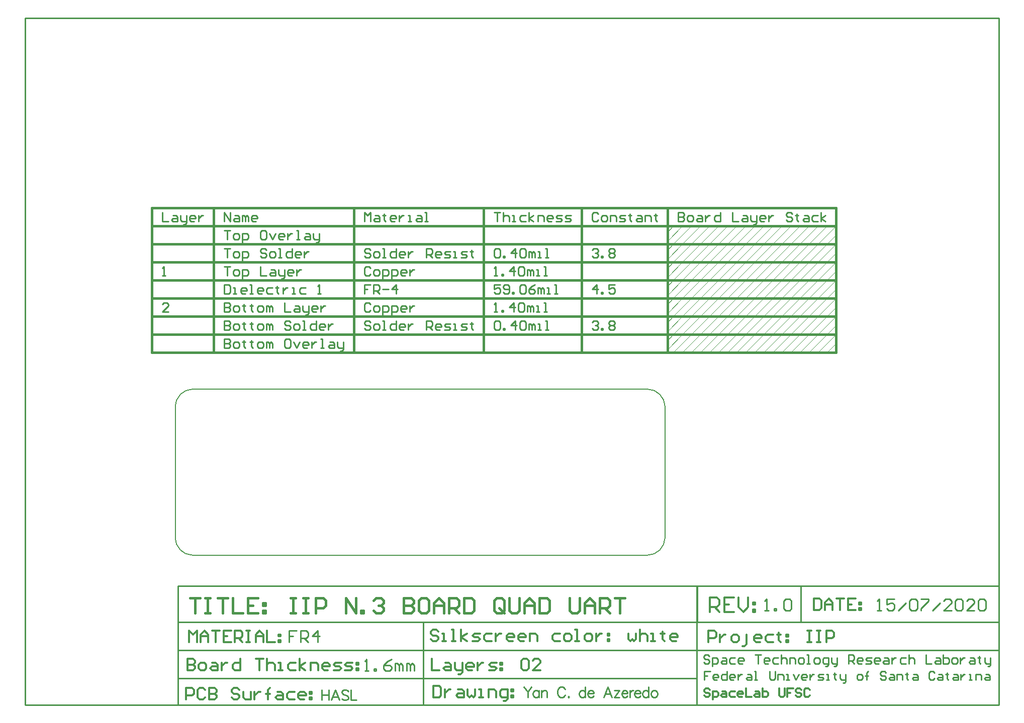
<source format=gm1>
G04*
G04 #@! TF.GenerationSoftware,Altium Limited,Altium Designer,20.2.6 (244)*
G04*
G04 Layer_Color=16711935*
%FSLAX25Y25*%
%MOIN*%
G70*
G04*
G04 #@! TF.SameCoordinates,3A923CF8-0E80-4BF5-A473-74316D4CB4A5*
G04*
G04*
G04 #@! TF.FilePolarity,Positive*
G04*
G01*
G75*
%ADD10C,0.00787*%
%ADD12C,0.01000*%
%ADD17C,0.01500*%
%ADD18C,0.00100*%
%ADD19C,0.01378*%
%ADD20C,0.01575*%
%ADD21C,0.01299*%
D10*
X11793Y110236D02*
G03*
X0Y98443I0J-11793D01*
G01*
Y11663D02*
G03*
X11663Y0I11663J0D01*
G01*
X313050D02*
G03*
X324803Y11754I0J11754D01*
G01*
Y98418D02*
G03*
X312985Y110236I-11818J0D01*
G01*
X0Y92520D02*
Y98443D01*
X11793Y110236D02*
X12696D01*
X0Y25591D02*
Y92520D01*
Y11663D02*
Y25591D01*
X11663Y0D02*
X313050D01*
X324803Y11754D02*
Y98418D01*
X12696Y110236D02*
X312985D01*
X11793D02*
G03*
X0Y98443I0J-11793D01*
G01*
Y11663D02*
G03*
X11663Y0I11663J0D01*
G01*
X313050D02*
G03*
X324803Y11754I0J11754D01*
G01*
Y98418D02*
G03*
X312985Y110236I-11818J0D01*
G01*
X0Y92520D02*
Y98443D01*
X11793Y110236D02*
X12696D01*
X0Y25591D02*
Y92520D01*
Y11663D02*
Y25591D01*
X11663Y0D02*
X313050D01*
X324803Y11754D02*
Y98418D01*
X12696Y110236D02*
X312985D01*
D12*
X-99500Y-99500D02*
X546169D01*
X1681D02*
Y-20319D01*
X164613Y-99205D02*
Y-44277D01*
X1976Y-81777D02*
X345579Y-81777D01*
X345863Y-99106D02*
Y-20515D01*
X1976Y-63027D02*
X545863Y-63027D01*
X2173Y-44277D02*
X545440Y-44277D01*
X1681Y-20319D02*
X545863D01*
X-99500Y356552D02*
X546169D01*
X-99500Y-99500D02*
Y356552D01*
X546169Y-99146D02*
Y356552D01*
X346071Y-43941D02*
Y-20319D01*
X414859Y-43883D02*
Y-20268D01*
X97154Y-89441D02*
Y-96252D01*
X101694Y-89441D02*
Y-96252D01*
X97154Y-92684D02*
X101694D01*
X108765Y-96252D02*
X106170Y-89441D01*
X103575Y-96252D01*
X104548Y-93982D02*
X107792D01*
X114895Y-90414D02*
X114246Y-89765D01*
X113273Y-89441D01*
X111976D01*
X111003Y-89765D01*
X110354Y-90414D01*
Y-91063D01*
X110678Y-91711D01*
X111003Y-92036D01*
X111651Y-92360D01*
X113597Y-93009D01*
X114246Y-93333D01*
X114570Y-93657D01*
X114895Y-94306D01*
Y-95279D01*
X114246Y-95928D01*
X113273Y-96252D01*
X111976D01*
X111003Y-95928D01*
X110354Y-95279D01*
X116419Y-89441D02*
Y-96252D01*
X120311D01*
X231110Y-87472D02*
X233705Y-90716D01*
Y-94283D01*
X236300Y-87472D02*
X233705Y-90716D01*
X241067Y-89743D02*
Y-94283D01*
Y-90716D02*
X240419Y-90067D01*
X239770Y-89743D01*
X238797D01*
X238148Y-90067D01*
X237500Y-90716D01*
X237175Y-91689D01*
Y-92338D01*
X237500Y-93310D01*
X238148Y-93959D01*
X238797Y-94283D01*
X239770D01*
X240419Y-93959D01*
X241067Y-93310D01*
X242884Y-89743D02*
Y-94283D01*
Y-91040D02*
X243857Y-90067D01*
X244505Y-89743D01*
X245478D01*
X246127Y-90067D01*
X246451Y-91040D01*
Y-94283D01*
X258452Y-89094D02*
X258127Y-88445D01*
X257479Y-87797D01*
X256830Y-87472D01*
X255533D01*
X254884Y-87797D01*
X254235Y-88445D01*
X253911Y-89094D01*
X253587Y-90067D01*
Y-91689D01*
X253911Y-92662D01*
X254235Y-93310D01*
X254884Y-93959D01*
X255533Y-94283D01*
X256830D01*
X257479Y-93959D01*
X258127Y-93310D01*
X258452Y-92662D01*
X260690Y-93635D02*
X260365Y-93959D01*
X260690Y-94283D01*
X261014Y-93959D01*
X260690Y-93635D01*
X271749Y-87472D02*
Y-94283D01*
Y-90716D02*
X271101Y-90067D01*
X270452Y-89743D01*
X269479D01*
X268830Y-90067D01*
X268182Y-90716D01*
X267857Y-91689D01*
Y-92338D01*
X268182Y-93310D01*
X268830Y-93959D01*
X269479Y-94283D01*
X270452D01*
X271101Y-93959D01*
X271749Y-93310D01*
X273566Y-91689D02*
X277458D01*
Y-91040D01*
X277133Y-90391D01*
X276809Y-90067D01*
X276160Y-89743D01*
X275187D01*
X274539Y-90067D01*
X273890Y-90716D01*
X273566Y-91689D01*
Y-92338D01*
X273890Y-93310D01*
X274539Y-93959D01*
X275187Y-94283D01*
X276160D01*
X276809Y-93959D01*
X277458Y-93310D01*
X289458Y-94283D02*
X286863Y-87472D01*
X284269Y-94283D01*
X285242Y-92013D02*
X288485D01*
X294615Y-89743D02*
X291047Y-94283D01*
Y-89743D02*
X294615D01*
X291047Y-94283D02*
X294615D01*
X296042Y-91689D02*
X299934D01*
Y-91040D01*
X299610Y-90391D01*
X299286Y-90067D01*
X298637Y-89743D01*
X297664D01*
X297015Y-90067D01*
X296367Y-90716D01*
X296042Y-91689D01*
Y-92338D01*
X296367Y-93310D01*
X297015Y-93959D01*
X297664Y-94283D01*
X298637D01*
X299286Y-93959D01*
X299934Y-93310D01*
X301394Y-89743D02*
Y-94283D01*
Y-91689D02*
X301718Y-90716D01*
X302367Y-90067D01*
X303015Y-89743D01*
X303988D01*
X304605Y-91689D02*
X308497D01*
Y-91040D01*
X308172Y-90391D01*
X307848Y-90067D01*
X307199Y-89743D01*
X306226D01*
X305578Y-90067D01*
X304929Y-90716D01*
X304605Y-91689D01*
Y-92338D01*
X304929Y-93310D01*
X305578Y-93959D01*
X306226Y-94283D01*
X307199D01*
X307848Y-93959D01*
X308497Y-93310D01*
X313848Y-87472D02*
Y-94283D01*
Y-90716D02*
X313199Y-90067D01*
X312551Y-89743D01*
X311578D01*
X310929Y-90067D01*
X310280Y-90716D01*
X309956Y-91689D01*
Y-92338D01*
X310280Y-93310D01*
X310929Y-93959D01*
X311578Y-94283D01*
X312551D01*
X313199Y-93959D01*
X313848Y-93310D01*
X317286Y-89743D02*
X316637Y-90067D01*
X315989Y-90716D01*
X315664Y-91689D01*
Y-92338D01*
X315989Y-93310D01*
X316637Y-93959D01*
X317286Y-94283D01*
X318259D01*
X318908Y-93959D01*
X319556Y-93310D01*
X319881Y-92338D01*
Y-91689D01*
X319556Y-90716D01*
X318908Y-90067D01*
X318259Y-89743D01*
X317286D01*
X125697Y-76764D02*
X128217D01*
X126957D01*
Y-69204D01*
X125697Y-70464D01*
X131997Y-76764D02*
Y-75504D01*
X133257D01*
Y-76764D01*
X131997D01*
X143337Y-69204D02*
X140817Y-70464D01*
X138297Y-72984D01*
Y-75504D01*
X139557Y-76764D01*
X142077D01*
X143337Y-75504D01*
Y-74244D01*
X142077Y-72984D01*
X138297D01*
X145857Y-76764D02*
Y-71724D01*
X147117D01*
X148377Y-72984D01*
Y-76764D01*
Y-72984D01*
X149637Y-71724D01*
X150897Y-72984D01*
Y-76764D01*
X153417D02*
Y-71724D01*
X154677D01*
X155937Y-72984D01*
Y-76764D01*
Y-72984D01*
X157197Y-71724D01*
X158457Y-72984D01*
Y-76764D01*
X80608Y-50103D02*
X75568D01*
Y-53883D01*
X78088D01*
X75568D01*
Y-57663D01*
X83128D02*
Y-50103D01*
X86908D01*
X88168Y-51363D01*
Y-53883D01*
X86908Y-55143D01*
X83128D01*
X85648D02*
X88168Y-57663D01*
X94468D02*
Y-50103D01*
X90688Y-53883D01*
X95728D01*
X390953Y-36705D02*
X393473D01*
X392213D01*
Y-29145D01*
X390953Y-30405D01*
X397253Y-36705D02*
Y-35445D01*
X398513D01*
Y-36705D01*
X397253D01*
X403553Y-30405D02*
X404813Y-29145D01*
X407333D01*
X408593Y-30405D01*
Y-35445D01*
X407333Y-36705D01*
X404813D01*
X403553Y-35445D01*
Y-30405D01*
X465559Y-36705D02*
X468079D01*
X466819D01*
Y-29145D01*
X465559Y-30405D01*
X476899Y-29145D02*
X471859D01*
Y-32925D01*
X474379Y-31665D01*
X475639D01*
X476899Y-32925D01*
Y-35445D01*
X475639Y-36705D01*
X473119D01*
X471859Y-35445D01*
X479419Y-36705D02*
X484459Y-31665D01*
X486979Y-30405D02*
X488239Y-29145D01*
X490759D01*
X492019Y-30405D01*
Y-35445D01*
X490759Y-36705D01*
X488239D01*
X486979Y-35445D01*
Y-30405D01*
X494539Y-29145D02*
X499579D01*
Y-30405D01*
X494539Y-35445D01*
Y-36705D01*
X502099D02*
X507139Y-31665D01*
X514699Y-36705D02*
X509659D01*
X514699Y-31665D01*
Y-30405D01*
X513439Y-29145D01*
X510919D01*
X509659Y-30405D01*
X517219D02*
X518479Y-29145D01*
X520999D01*
X522260Y-30405D01*
Y-35445D01*
X520999Y-36705D01*
X518479D01*
X517219Y-35445D01*
Y-30405D01*
X529820Y-36705D02*
X524780D01*
X529820Y-31665D01*
Y-30405D01*
X528560Y-29145D01*
X526040D01*
X524780Y-30405D01*
X532340D02*
X533600Y-29145D01*
X536120D01*
X537380Y-30405D01*
Y-35445D01*
X536120Y-36705D01*
X533600D01*
X532340Y-35445D01*
Y-30405D01*
X354206Y-67185D02*
X353255Y-66234D01*
X351353D01*
X350402Y-67185D01*
Y-68136D01*
X351353Y-69087D01*
X353255D01*
X354206Y-70039D01*
Y-70990D01*
X353255Y-71941D01*
X351353D01*
X350402Y-70990D01*
X356108Y-73843D02*
Y-68136D01*
X358962D01*
X359913Y-69087D01*
Y-70990D01*
X358962Y-71941D01*
X356108D01*
X362766Y-68136D02*
X364669D01*
X365620Y-69087D01*
Y-71941D01*
X362766D01*
X361815Y-70990D01*
X362766Y-70039D01*
X365620D01*
X371326Y-68136D02*
X368473D01*
X367522Y-69087D01*
Y-70990D01*
X368473Y-71941D01*
X371326D01*
X376082D02*
X374180D01*
X373229Y-70990D01*
Y-69087D01*
X374180Y-68136D01*
X376082D01*
X377033Y-69087D01*
Y-70039D01*
X373229D01*
X384642Y-66234D02*
X388447D01*
X386545D01*
Y-71941D01*
X393203D02*
X391300D01*
X390349Y-70990D01*
Y-69087D01*
X391300Y-68136D01*
X393203D01*
X394154Y-69087D01*
Y-70039D01*
X390349D01*
X399861Y-68136D02*
X397007D01*
X396056Y-69087D01*
Y-70990D01*
X397007Y-71941D01*
X399861D01*
X401763Y-66234D02*
Y-71941D01*
Y-69087D01*
X402714Y-68136D01*
X404616D01*
X405567Y-69087D01*
Y-71941D01*
X407470D02*
Y-68136D01*
X410323D01*
X411274Y-69087D01*
Y-71941D01*
X414128D02*
X416030D01*
X416981Y-70990D01*
Y-69087D01*
X416030Y-68136D01*
X414128D01*
X413176Y-69087D01*
Y-70990D01*
X414128Y-71941D01*
X418883D02*
X420786D01*
X419834D01*
Y-66234D01*
X418883D01*
X424590Y-71941D02*
X426492D01*
X427444Y-70990D01*
Y-69087D01*
X426492Y-68136D01*
X424590D01*
X423639Y-69087D01*
Y-70990D01*
X424590Y-71941D01*
X431248Y-73843D02*
X432199D01*
X433150Y-72892D01*
Y-68136D01*
X430297D01*
X429346Y-69087D01*
Y-70990D01*
X430297Y-71941D01*
X433150D01*
X435053Y-68136D02*
Y-70990D01*
X436004Y-71941D01*
X438857D01*
Y-72892D01*
X437906Y-73843D01*
X436955D01*
X438857Y-71941D02*
Y-68136D01*
X446466Y-71941D02*
Y-66234D01*
X449320D01*
X450271Y-67185D01*
Y-69087D01*
X449320Y-70039D01*
X446466D01*
X448369D02*
X450271Y-71941D01*
X455026D02*
X453124D01*
X452173Y-70990D01*
Y-69087D01*
X453124Y-68136D01*
X455026D01*
X455978Y-69087D01*
Y-70039D01*
X452173D01*
X457880Y-71941D02*
X460733D01*
X461684Y-70990D01*
X460733Y-70039D01*
X458831D01*
X457880Y-69087D01*
X458831Y-68136D01*
X461684D01*
X466440Y-71941D02*
X464538D01*
X463587Y-70990D01*
Y-69087D01*
X464538Y-68136D01*
X466440D01*
X467391Y-69087D01*
Y-70039D01*
X463587D01*
X470245Y-68136D02*
X472147D01*
X473098Y-69087D01*
Y-71941D01*
X470245D01*
X469293Y-70990D01*
X470245Y-70039D01*
X473098D01*
X475000Y-68136D02*
Y-71941D01*
Y-70039D01*
X475951Y-69087D01*
X476902Y-68136D01*
X477854D01*
X484512D02*
X481658D01*
X480707Y-69087D01*
Y-70990D01*
X481658Y-71941D01*
X484512D01*
X486414Y-66234D02*
Y-71941D01*
Y-69087D01*
X487365Y-68136D01*
X489267D01*
X490218Y-69087D01*
Y-71941D01*
X497827Y-66234D02*
Y-71941D01*
X501632D01*
X504486Y-68136D02*
X506388D01*
X507339Y-69087D01*
Y-71941D01*
X504486D01*
X503534Y-70990D01*
X504486Y-70039D01*
X507339D01*
X509241Y-66234D02*
Y-71941D01*
X512094D01*
X513046Y-70990D01*
Y-70039D01*
Y-69087D01*
X512094Y-68136D01*
X509241D01*
X515899Y-71941D02*
X517801D01*
X518752Y-70990D01*
Y-69087D01*
X517801Y-68136D01*
X515899D01*
X514948Y-69087D01*
Y-70990D01*
X515899Y-71941D01*
X520655Y-68136D02*
Y-71941D01*
Y-70039D01*
X521606Y-69087D01*
X522557Y-68136D01*
X523508D01*
X527313D02*
X529215D01*
X530166Y-69087D01*
Y-71941D01*
X527313D01*
X526362Y-70990D01*
X527313Y-70039D01*
X530166D01*
X533019Y-67185D02*
Y-68136D01*
X532068D01*
X533971D01*
X533019D01*
Y-70990D01*
X533971Y-71941D01*
X536824Y-68136D02*
Y-70990D01*
X537775Y-71941D01*
X540629D01*
Y-72892D01*
X539677Y-73843D01*
X538726D01*
X540629Y-71941D02*
Y-68136D01*
X354665Y-77258D02*
X350992D01*
Y-80013D01*
X352829D01*
X350992D01*
Y-82768D01*
X359257D02*
X357420D01*
X356502Y-81849D01*
Y-80013D01*
X357420Y-79094D01*
X359257D01*
X360175Y-80013D01*
Y-80931D01*
X356502D01*
X365686Y-77258D02*
Y-82768D01*
X362930D01*
X362012Y-81849D01*
Y-80013D01*
X362930Y-79094D01*
X365686D01*
X370277Y-82768D02*
X368441D01*
X367522Y-81849D01*
Y-80013D01*
X368441Y-79094D01*
X370277D01*
X371196Y-80013D01*
Y-80931D01*
X367522D01*
X373032Y-79094D02*
Y-82768D01*
Y-80931D01*
X373951Y-80013D01*
X374869Y-79094D01*
X375787D01*
X379461D02*
X381297D01*
X382216Y-80013D01*
Y-82768D01*
X379461D01*
X378542Y-81849D01*
X379461Y-80931D01*
X382216D01*
X384052Y-82768D02*
X385889D01*
X384971D01*
Y-77258D01*
X384052D01*
X394154D02*
Y-81849D01*
X395072Y-82768D01*
X396909D01*
X397827Y-81849D01*
Y-77258D01*
X399664Y-82768D02*
Y-79094D01*
X402419D01*
X403337Y-80013D01*
Y-82768D01*
X405174D02*
X407011D01*
X406092D01*
Y-79094D01*
X405174D01*
X409766D02*
X411602Y-82768D01*
X413439Y-79094D01*
X418031Y-82768D02*
X416194D01*
X415276Y-81849D01*
Y-80013D01*
X416194Y-79094D01*
X418031D01*
X418949Y-80013D01*
Y-80931D01*
X415276D01*
X420786Y-79094D02*
Y-82768D01*
Y-80931D01*
X421704Y-80013D01*
X422622Y-79094D01*
X423541D01*
X426296Y-82768D02*
X429051D01*
X429969Y-81849D01*
X429051Y-80931D01*
X427214D01*
X426296Y-80013D01*
X427214Y-79094D01*
X429969D01*
X431806Y-82768D02*
X433643D01*
X432724D01*
Y-79094D01*
X431806D01*
X437316Y-78176D02*
Y-79094D01*
X436398D01*
X438234D01*
X437316D01*
Y-81849D01*
X438234Y-82768D01*
X440989Y-79094D02*
Y-81849D01*
X441908Y-82768D01*
X444663D01*
Y-83686D01*
X443744Y-84604D01*
X442826D01*
X444663Y-82768D02*
Y-79094D01*
X452928Y-82768D02*
X454764D01*
X455683Y-81849D01*
Y-80013D01*
X454764Y-79094D01*
X452928D01*
X452009Y-80013D01*
Y-81849D01*
X452928Y-82768D01*
X458438D02*
Y-78176D01*
Y-80013D01*
X457519D01*
X459356D01*
X458438D01*
Y-78176D01*
X459356Y-77258D01*
X471294Y-78176D02*
X470376Y-77258D01*
X468539D01*
X467621Y-78176D01*
Y-79094D01*
X468539Y-80013D01*
X470376D01*
X471294Y-80931D01*
Y-81849D01*
X470376Y-82768D01*
X468539D01*
X467621Y-81849D01*
X474050Y-79094D02*
X475886D01*
X476804Y-80013D01*
Y-82768D01*
X474050D01*
X473131Y-81849D01*
X474050Y-80931D01*
X476804D01*
X478641Y-82768D02*
Y-79094D01*
X481396D01*
X482314Y-80013D01*
Y-82768D01*
X485070Y-78176D02*
Y-79094D01*
X484151D01*
X485988D01*
X485070D01*
Y-81849D01*
X485988Y-82768D01*
X489661Y-79094D02*
X491498D01*
X492416Y-80013D01*
Y-82768D01*
X489661D01*
X488743Y-81849D01*
X489661Y-80931D01*
X492416D01*
X503436Y-78176D02*
X502518Y-77258D01*
X500681D01*
X499763Y-78176D01*
Y-81849D01*
X500681Y-82768D01*
X502518D01*
X503436Y-81849D01*
X506191Y-79094D02*
X508028D01*
X508946Y-80013D01*
Y-82768D01*
X506191D01*
X505273Y-81849D01*
X506191Y-80931D01*
X508946D01*
X511701Y-78176D02*
Y-79094D01*
X510783D01*
X512620D01*
X511701D01*
Y-81849D01*
X512620Y-82768D01*
X516293Y-79094D02*
X518130D01*
X519048Y-80013D01*
Y-82768D01*
X516293D01*
X515375Y-81849D01*
X516293Y-80931D01*
X519048D01*
X520885Y-79094D02*
Y-82768D01*
Y-80931D01*
X521803Y-80013D01*
X522721Y-79094D01*
X523640D01*
X526395Y-82768D02*
X528231D01*
X527313D01*
Y-79094D01*
X526395D01*
X530986Y-82768D02*
Y-79094D01*
X533741D01*
X534660Y-80013D01*
Y-82768D01*
X537415Y-79094D02*
X539252D01*
X540170Y-80013D01*
Y-82768D01*
X537415D01*
X536496Y-81849D01*
X537415Y-80931D01*
X540170D01*
X-8560Y227667D02*
Y221669D01*
X-4561D01*
X-1562Y225668D02*
X437D01*
X1437Y224668D01*
Y221669D01*
X-1562D01*
X-2562Y222669D01*
X-1562Y223669D01*
X1437D01*
X3436Y225668D02*
Y222669D01*
X4436Y221669D01*
X7435D01*
Y220670D01*
X6435Y219670D01*
X5435D01*
X7435Y221669D02*
Y225668D01*
X12433Y221669D02*
X10434D01*
X9434Y222669D01*
Y224668D01*
X10434Y225668D01*
X12433D01*
X13433Y224668D01*
Y223669D01*
X9434D01*
X15432Y225668D02*
Y221669D01*
Y223669D01*
X16432Y224668D01*
X17431Y225668D01*
X18431D01*
X-4561Y161669D02*
X-8560D01*
X-4561Y165668D01*
Y166668D01*
X-5561Y167667D01*
X-7560D01*
X-8560Y166668D01*
Y185669D02*
X-6561D01*
X-7560D01*
Y191667D01*
X-8560Y190668D01*
X32431Y221669D02*
Y227667D01*
X36430Y221669D01*
Y227667D01*
X39429Y225668D02*
X41428D01*
X42428Y224668D01*
Y221669D01*
X39429D01*
X38429Y222669D01*
X39429Y223669D01*
X42428D01*
X44427Y221669D02*
Y225668D01*
X45427D01*
X46426Y224668D01*
Y221669D01*
Y224668D01*
X47426Y225668D01*
X48426Y224668D01*
Y221669D01*
X53424D02*
X51425D01*
X50425Y222669D01*
Y224668D01*
X51425Y225668D01*
X53424D01*
X54424Y224668D01*
Y223669D01*
X50425D01*
X32431Y143667D02*
Y137669D01*
X35430D01*
X36430Y138669D01*
Y139669D01*
X35430Y140668D01*
X32431D01*
X35430D01*
X36430Y141668D01*
Y142668D01*
X35430Y143667D01*
X32431D01*
X39429Y137669D02*
X41428D01*
X42428Y138669D01*
Y140668D01*
X41428Y141668D01*
X39429D01*
X38429Y140668D01*
Y138669D01*
X39429Y137669D01*
X45427Y142668D02*
Y141668D01*
X44427D01*
X46426D01*
X45427D01*
Y138669D01*
X46426Y137669D01*
X50425Y142668D02*
Y141668D01*
X49426D01*
X51425D01*
X50425D01*
Y138669D01*
X51425Y137669D01*
X55424D02*
X57423D01*
X58423Y138669D01*
Y140668D01*
X57423Y141668D01*
X55424D01*
X54424Y140668D01*
Y138669D01*
X55424Y137669D01*
X60422D02*
Y141668D01*
X61422D01*
X62421Y140668D01*
Y137669D01*
Y140668D01*
X63421Y141668D01*
X64421Y140668D01*
Y137669D01*
X75417Y143667D02*
X73418D01*
X72418Y142668D01*
Y138669D01*
X73418Y137669D01*
X75417D01*
X76417Y138669D01*
Y142668D01*
X75417Y143667D01*
X78416Y141668D02*
X80415Y137669D01*
X82415Y141668D01*
X87413Y137669D02*
X85414D01*
X84414Y138669D01*
Y140668D01*
X85414Y141668D01*
X87413D01*
X88413Y140668D01*
Y139669D01*
X84414D01*
X90412Y141668D02*
Y137669D01*
Y139669D01*
X91412Y140668D01*
X92412Y141668D01*
X93411D01*
X96410Y137669D02*
X98410D01*
X97410D01*
Y143667D01*
X96410D01*
X102408Y141668D02*
X104408D01*
X105407Y140668D01*
Y137669D01*
X102408D01*
X101409Y138669D01*
X102408Y139669D01*
X105407D01*
X107407Y141668D02*
Y138669D01*
X108406Y137669D01*
X111406D01*
Y136670D01*
X110406Y135670D01*
X109406D01*
X111406Y137669D02*
Y141668D01*
X32431Y155667D02*
Y149669D01*
X35430D01*
X36430Y150669D01*
Y151669D01*
X35430Y152668D01*
X32431D01*
X35430D01*
X36430Y153668D01*
Y154668D01*
X35430Y155667D01*
X32431D01*
X39429Y149669D02*
X41428D01*
X42428Y150669D01*
Y152668D01*
X41428Y153668D01*
X39429D01*
X38429Y152668D01*
Y150669D01*
X39429Y149669D01*
X45427Y154668D02*
Y153668D01*
X44427D01*
X46426D01*
X45427D01*
Y150669D01*
X46426Y149669D01*
X50425Y154668D02*
Y153668D01*
X49426D01*
X51425D01*
X50425D01*
Y150669D01*
X51425Y149669D01*
X55424D02*
X57423D01*
X58423Y150669D01*
Y152668D01*
X57423Y153668D01*
X55424D01*
X54424Y152668D01*
Y150669D01*
X55424Y149669D01*
X60422D02*
Y153668D01*
X61422D01*
X62421Y152668D01*
Y149669D01*
Y152668D01*
X63421Y153668D01*
X64421Y152668D01*
Y149669D01*
X76417Y154668D02*
X75417Y155667D01*
X73418D01*
X72418Y154668D01*
Y153668D01*
X73418Y152668D01*
X75417D01*
X76417Y151669D01*
Y150669D01*
X75417Y149669D01*
X73418D01*
X72418Y150669D01*
X79416Y149669D02*
X81415D01*
X82415Y150669D01*
Y152668D01*
X81415Y153668D01*
X79416D01*
X78416Y152668D01*
Y150669D01*
X79416Y149669D01*
X84414D02*
X86414D01*
X85414D01*
Y155667D01*
X84414D01*
X93411D02*
Y149669D01*
X90412D01*
X89413Y150669D01*
Y152668D01*
X90412Y153668D01*
X93411D01*
X98410Y149669D02*
X96410D01*
X95411Y150669D01*
Y152668D01*
X96410Y153668D01*
X98410D01*
X99409Y152668D01*
Y151669D01*
X95411D01*
X101409Y153668D02*
Y149669D01*
Y151669D01*
X102408Y152668D01*
X103408Y153668D01*
X104408D01*
X32431Y167667D02*
Y161669D01*
X35430D01*
X36430Y162669D01*
Y163669D01*
X35430Y164668D01*
X32431D01*
X35430D01*
X36430Y165668D01*
Y166668D01*
X35430Y167667D01*
X32431D01*
X39429Y161669D02*
X41428D01*
X42428Y162669D01*
Y164668D01*
X41428Y165668D01*
X39429D01*
X38429Y164668D01*
Y162669D01*
X39429Y161669D01*
X45427Y166668D02*
Y165668D01*
X44427D01*
X46426D01*
X45427D01*
Y162669D01*
X46426Y161669D01*
X50425Y166668D02*
Y165668D01*
X49426D01*
X51425D01*
X50425D01*
Y162669D01*
X51425Y161669D01*
X55424D02*
X57423D01*
X58423Y162669D01*
Y164668D01*
X57423Y165668D01*
X55424D01*
X54424Y164668D01*
Y162669D01*
X55424Y161669D01*
X60422D02*
Y165668D01*
X61422D01*
X62421Y164668D01*
Y161669D01*
Y164668D01*
X63421Y165668D01*
X64421Y164668D01*
Y161669D01*
X72418Y167667D02*
Y161669D01*
X76417D01*
X79416Y165668D02*
X81415D01*
X82415Y164668D01*
Y161669D01*
X79416D01*
X78416Y162669D01*
X79416Y163669D01*
X82415D01*
X84414Y165668D02*
Y162669D01*
X85414Y161669D01*
X88413D01*
Y160670D01*
X87413Y159670D01*
X86414D01*
X88413Y161669D02*
Y165668D01*
X93411Y161669D02*
X91412D01*
X90412Y162669D01*
Y164668D01*
X91412Y165668D01*
X93411D01*
X94411Y164668D01*
Y163669D01*
X90412D01*
X96410Y165668D02*
Y161669D01*
Y163669D01*
X97410Y164668D01*
X98410Y165668D01*
X99409D01*
X32431Y179667D02*
Y173669D01*
X35430D01*
X36430Y174669D01*
Y178668D01*
X35430Y179667D01*
X32431D01*
X38429Y173669D02*
X40429D01*
X39429D01*
Y177668D01*
X38429D01*
X46426Y173669D02*
X44427D01*
X43428Y174669D01*
Y176668D01*
X44427Y177668D01*
X46426D01*
X47426Y176668D01*
Y175669D01*
X43428D01*
X49426Y173669D02*
X51425D01*
X50425D01*
Y179667D01*
X49426D01*
X57423Y173669D02*
X55424D01*
X54424Y174669D01*
Y176668D01*
X55424Y177668D01*
X57423D01*
X58423Y176668D01*
Y175669D01*
X54424D01*
X64421Y177668D02*
X61422D01*
X60422Y176668D01*
Y174669D01*
X61422Y173669D01*
X64421D01*
X67420Y178668D02*
Y177668D01*
X66420D01*
X68419D01*
X67420D01*
Y174669D01*
X68419Y173669D01*
X71418Y177668D02*
Y173669D01*
Y175669D01*
X72418Y176668D01*
X73418Y177668D01*
X74418D01*
X77416Y173669D02*
X79416D01*
X78416D01*
Y177668D01*
X77416D01*
X86414D02*
X83415D01*
X82415Y176668D01*
Y174669D01*
X83415Y173669D01*
X86414D01*
X94411D02*
X96410D01*
X95411D01*
Y179667D01*
X94411Y178668D01*
X32431Y191667D02*
X36430D01*
X34430D01*
Y185669D01*
X39429D02*
X41428D01*
X42428Y186669D01*
Y188668D01*
X41428Y189668D01*
X39429D01*
X38429Y188668D01*
Y186669D01*
X39429Y185669D01*
X44427Y183670D02*
Y189668D01*
X47426D01*
X48426Y188668D01*
Y186669D01*
X47426Y185669D01*
X44427D01*
X56423Y191667D02*
Y185669D01*
X60422D01*
X63421Y189668D02*
X65420D01*
X66420Y188668D01*
Y185669D01*
X63421D01*
X62421Y186669D01*
X63421Y187669D01*
X66420D01*
X68419Y189668D02*
Y186669D01*
X69419Y185669D01*
X72418D01*
Y184670D01*
X71418Y183670D01*
X70419D01*
X72418Y185669D02*
Y189668D01*
X77416Y185669D02*
X75417D01*
X74418Y186669D01*
Y188668D01*
X75417Y189668D01*
X77416D01*
X78416Y188668D01*
Y187669D01*
X74418D01*
X80415Y189668D02*
Y185669D01*
Y187669D01*
X81415Y188668D01*
X82415Y189668D01*
X83415D01*
X32431Y203667D02*
X36430D01*
X34430D01*
Y197669D01*
X39429D02*
X41428D01*
X42428Y198669D01*
Y200668D01*
X41428Y201668D01*
X39429D01*
X38429Y200668D01*
Y198669D01*
X39429Y197669D01*
X44427Y195670D02*
Y201668D01*
X47426D01*
X48426Y200668D01*
Y198669D01*
X47426Y197669D01*
X44427D01*
X60422Y202668D02*
X59422Y203667D01*
X57423D01*
X56423Y202668D01*
Y201668D01*
X57423Y200668D01*
X59422D01*
X60422Y199669D01*
Y198669D01*
X59422Y197669D01*
X57423D01*
X56423Y198669D01*
X63421Y197669D02*
X65420D01*
X66420Y198669D01*
Y200668D01*
X65420Y201668D01*
X63421D01*
X62421Y200668D01*
Y198669D01*
X63421Y197669D01*
X68419D02*
X70419D01*
X69419D01*
Y203667D01*
X68419D01*
X77416D02*
Y197669D01*
X74418D01*
X73418Y198669D01*
Y200668D01*
X74418Y201668D01*
X77416D01*
X82415Y197669D02*
X80415D01*
X79416Y198669D01*
Y200668D01*
X80415Y201668D01*
X82415D01*
X83415Y200668D01*
Y199669D01*
X79416D01*
X85414Y201668D02*
Y197669D01*
Y199669D01*
X86414Y200668D01*
X87413Y201668D01*
X88413D01*
X32431Y215667D02*
X36430D01*
X34430D01*
Y209669D01*
X39429D02*
X41428D01*
X42428Y210669D01*
Y212668D01*
X41428Y213668D01*
X39429D01*
X38429Y212668D01*
Y210669D01*
X39429Y209669D01*
X44427Y207670D02*
Y213668D01*
X47426D01*
X48426Y212668D01*
Y210669D01*
X47426Y209669D01*
X44427D01*
X59422Y215667D02*
X57423D01*
X56423Y214668D01*
Y210669D01*
X57423Y209669D01*
X59422D01*
X60422Y210669D01*
Y214668D01*
X59422Y215667D01*
X62421Y213668D02*
X64421Y209669D01*
X66420Y213668D01*
X71418Y209669D02*
X69419D01*
X68419Y210669D01*
Y212668D01*
X69419Y213668D01*
X71418D01*
X72418Y212668D01*
Y211669D01*
X68419D01*
X74418Y213668D02*
Y209669D01*
Y211669D01*
X75417Y212668D01*
X76417Y213668D01*
X77416D01*
X80415Y209669D02*
X82415D01*
X81415D01*
Y215667D01*
X80415D01*
X86414Y213668D02*
X88413D01*
X89413Y212668D01*
Y209669D01*
X86414D01*
X85414Y210669D01*
X86414Y211669D01*
X89413D01*
X91412Y213668D02*
Y210669D01*
X92412Y209669D01*
X95411D01*
Y208670D01*
X94411Y207670D01*
X93411D01*
X95411Y209669D02*
Y213668D01*
X125406Y221669D02*
Y227667D01*
X127405Y225668D01*
X129404Y227667D01*
Y221669D01*
X132403Y225668D02*
X134403D01*
X135402Y224668D01*
Y221669D01*
X132403D01*
X131404Y222669D01*
X132403Y223669D01*
X135402D01*
X138401Y226668D02*
Y225668D01*
X137402D01*
X139401D01*
X138401D01*
Y222669D01*
X139401Y221669D01*
X145399D02*
X143400D01*
X142400Y222669D01*
Y224668D01*
X143400Y225668D01*
X145399D01*
X146399Y224668D01*
Y223669D01*
X142400D01*
X148398Y225668D02*
Y221669D01*
Y223669D01*
X149398Y224668D01*
X150397Y225668D01*
X151397D01*
X154396Y221669D02*
X156395D01*
X155396D01*
Y225668D01*
X154396D01*
X160394D02*
X162393D01*
X163393Y224668D01*
Y221669D01*
X160394D01*
X159395Y222669D01*
X160394Y223669D01*
X163393D01*
X165393Y221669D02*
X167392D01*
X166392D01*
Y227667D01*
X165393D01*
X129404Y154668D02*
X128404Y155667D01*
X126405D01*
X125406Y154668D01*
Y153668D01*
X126405Y152668D01*
X128404D01*
X129404Y151669D01*
Y150669D01*
X128404Y149669D01*
X126405D01*
X125406Y150669D01*
X132403Y149669D02*
X134403D01*
X135402Y150669D01*
Y152668D01*
X134403Y153668D01*
X132403D01*
X131404Y152668D01*
Y150669D01*
X132403Y149669D01*
X137402D02*
X139401D01*
X138401D01*
Y155667D01*
X137402D01*
X146399D02*
Y149669D01*
X143400D01*
X142400Y150669D01*
Y152668D01*
X143400Y153668D01*
X146399D01*
X151397Y149669D02*
X149398D01*
X148398Y150669D01*
Y152668D01*
X149398Y153668D01*
X151397D01*
X152397Y152668D01*
Y151669D01*
X148398D01*
X154396Y153668D02*
Y149669D01*
Y151669D01*
X155396Y152668D01*
X156395Y153668D01*
X157395D01*
X166392Y149669D02*
Y155667D01*
X169391D01*
X170391Y154668D01*
Y152668D01*
X169391Y151669D01*
X166392D01*
X168392D02*
X170391Y149669D01*
X175389D02*
X173390D01*
X172390Y150669D01*
Y152668D01*
X173390Y153668D01*
X175389D01*
X176389Y152668D01*
Y151669D01*
X172390D01*
X178388Y149669D02*
X181387D01*
X182387Y150669D01*
X181387Y151669D01*
X179388D01*
X178388Y152668D01*
X179388Y153668D01*
X182387D01*
X184386Y149669D02*
X186386D01*
X185386D01*
Y153668D01*
X184386D01*
X189385Y149669D02*
X192384D01*
X193384Y150669D01*
X192384Y151669D01*
X190384D01*
X189385Y152668D01*
X190384Y153668D01*
X193384D01*
X196382Y154668D02*
Y153668D01*
X195383D01*
X197382D01*
X196382D01*
Y150669D01*
X197382Y149669D01*
X129404Y166668D02*
X128404Y167667D01*
X126405D01*
X125406Y166668D01*
Y162669D01*
X126405Y161669D01*
X128404D01*
X129404Y162669D01*
X132403Y161669D02*
X134403D01*
X135402Y162669D01*
Y164668D01*
X134403Y165668D01*
X132403D01*
X131404Y164668D01*
Y162669D01*
X132403Y161669D01*
X137402Y159670D02*
Y165668D01*
X140401D01*
X141400Y164668D01*
Y162669D01*
X140401Y161669D01*
X137402D01*
X143400Y159670D02*
Y165668D01*
X146399D01*
X147398Y164668D01*
Y162669D01*
X146399Y161669D01*
X143400D01*
X152397D02*
X150397D01*
X149398Y162669D01*
Y164668D01*
X150397Y165668D01*
X152397D01*
X153396Y164668D01*
Y163669D01*
X149398D01*
X155396Y165668D02*
Y161669D01*
Y163669D01*
X156395Y164668D01*
X157395Y165668D01*
X158395D01*
X129404Y179667D02*
X125406D01*
Y176668D01*
X127405D01*
X125406D01*
Y173669D01*
X131404D02*
Y179667D01*
X134403D01*
X135402Y178668D01*
Y176668D01*
X134403Y175669D01*
X131404D01*
X133403D02*
X135402Y173669D01*
X137402Y176668D02*
X141400D01*
X146399Y173669D02*
Y179667D01*
X143400Y176668D01*
X147398D01*
X129404Y190668D02*
X128404Y191667D01*
X126405D01*
X125406Y190668D01*
Y186669D01*
X126405Y185669D01*
X128404D01*
X129404Y186669D01*
X132403Y185669D02*
X134403D01*
X135402Y186669D01*
Y188668D01*
X134403Y189668D01*
X132403D01*
X131404Y188668D01*
Y186669D01*
X132403Y185669D01*
X137402Y183670D02*
Y189668D01*
X140401D01*
X141400Y188668D01*
Y186669D01*
X140401Y185669D01*
X137402D01*
X143400Y183670D02*
Y189668D01*
X146399D01*
X147398Y188668D01*
Y186669D01*
X146399Y185669D01*
X143400D01*
X152397D02*
X150397D01*
X149398Y186669D01*
Y188668D01*
X150397Y189668D01*
X152397D01*
X153396Y188668D01*
Y187669D01*
X149398D01*
X155396Y189668D02*
Y185669D01*
Y187669D01*
X156395Y188668D01*
X157395Y189668D01*
X158395D01*
X129404Y202668D02*
X128404Y203667D01*
X126405D01*
X125406Y202668D01*
Y201668D01*
X126405Y200668D01*
X128404D01*
X129404Y199669D01*
Y198669D01*
X128404Y197669D01*
X126405D01*
X125406Y198669D01*
X132403Y197669D02*
X134403D01*
X135402Y198669D01*
Y200668D01*
X134403Y201668D01*
X132403D01*
X131404Y200668D01*
Y198669D01*
X132403Y197669D01*
X137402D02*
X139401D01*
X138401D01*
Y203667D01*
X137402D01*
X146399D02*
Y197669D01*
X143400D01*
X142400Y198669D01*
Y200668D01*
X143400Y201668D01*
X146399D01*
X151397Y197669D02*
X149398D01*
X148398Y198669D01*
Y200668D01*
X149398Y201668D01*
X151397D01*
X152397Y200668D01*
Y199669D01*
X148398D01*
X154396Y201668D02*
Y197669D01*
Y199669D01*
X155396Y200668D01*
X156395Y201668D01*
X157395D01*
X166392Y197669D02*
Y203667D01*
X169391D01*
X170391Y202668D01*
Y200668D01*
X169391Y199669D01*
X166392D01*
X168392D02*
X170391Y197669D01*
X175389D02*
X173390D01*
X172390Y198669D01*
Y200668D01*
X173390Y201668D01*
X175389D01*
X176389Y200668D01*
Y199669D01*
X172390D01*
X178388Y197669D02*
X181387D01*
X182387Y198669D01*
X181387Y199669D01*
X179388D01*
X178388Y200668D01*
X179388Y201668D01*
X182387D01*
X184386Y197669D02*
X186386D01*
X185386D01*
Y201668D01*
X184386D01*
X189385Y197669D02*
X192384D01*
X193384Y198669D01*
X192384Y199669D01*
X190384D01*
X189385Y200668D01*
X190384Y201668D01*
X193384D01*
X196382Y202668D02*
Y201668D01*
X195383D01*
X197382D01*
X196382D01*
Y198669D01*
X197382Y197669D01*
X211382Y227667D02*
X215381D01*
X213382D01*
Y221669D01*
X217380Y227667D02*
Y221669D01*
Y224668D01*
X218380Y225668D01*
X220379D01*
X221379Y224668D01*
Y221669D01*
X223378D02*
X225378D01*
X224378D01*
Y225668D01*
X223378D01*
X232375D02*
X229376D01*
X228377Y224668D01*
Y222669D01*
X229376Y221669D01*
X232375D01*
X234375D02*
Y227667D01*
Y223669D02*
X237374Y225668D01*
X234375Y223669D02*
X237374Y221669D01*
X240373D02*
Y225668D01*
X243372D01*
X244372Y224668D01*
Y221669D01*
X249370D02*
X247371D01*
X246371Y222669D01*
Y224668D01*
X247371Y225668D01*
X249370D01*
X250370Y224668D01*
Y223669D01*
X246371D01*
X252369Y221669D02*
X255368D01*
X256368Y222669D01*
X255368Y223669D01*
X253369D01*
X252369Y224668D01*
X253369Y225668D01*
X256368D01*
X258367Y221669D02*
X261366D01*
X262366Y222669D01*
X261366Y223669D01*
X259367D01*
X258367Y224668D01*
X259367Y225668D01*
X262366D01*
X211382Y154668D02*
X212382Y155667D01*
X214381D01*
X215381Y154668D01*
Y150669D01*
X214381Y149669D01*
X212382D01*
X211382Y150669D01*
Y154668D01*
X217380Y149669D02*
Y150669D01*
X218380D01*
Y149669D01*
X217380D01*
X225378D02*
Y155667D01*
X222379Y152668D01*
X226377D01*
X228377Y154668D02*
X229376Y155667D01*
X231376D01*
X232375Y154668D01*
Y150669D01*
X231376Y149669D01*
X229376D01*
X228377Y150669D01*
Y154668D01*
X234375Y149669D02*
Y153668D01*
X235374D01*
X236374Y152668D01*
Y149669D01*
Y152668D01*
X237374Y153668D01*
X238373Y152668D01*
Y149669D01*
X240373D02*
X242372D01*
X241372D01*
Y153668D01*
X240373D01*
X245371Y149669D02*
X247371D01*
X246371D01*
Y155667D01*
X245371D01*
X211382Y161669D02*
X213382D01*
X212382D01*
Y167667D01*
X211382Y166668D01*
X216381Y161669D02*
Y162669D01*
X217380D01*
Y161669D01*
X216381D01*
X224378D02*
Y167667D01*
X221379Y164668D01*
X225378D01*
X227377Y166668D02*
X228377Y167667D01*
X230376D01*
X231376Y166668D01*
Y162669D01*
X230376Y161669D01*
X228377D01*
X227377Y162669D01*
Y166668D01*
X233375Y161669D02*
Y165668D01*
X234375D01*
X235374Y164668D01*
Y161669D01*
Y164668D01*
X236374Y165668D01*
X237374Y164668D01*
Y161669D01*
X239373D02*
X241372D01*
X240373D01*
Y165668D01*
X239373D01*
X244372Y161669D02*
X246371D01*
X245371D01*
Y167667D01*
X244372D01*
X215381Y179667D02*
X211382D01*
Y176668D01*
X213382Y177668D01*
X214381D01*
X215381Y176668D01*
Y174669D01*
X214381Y173669D01*
X212382D01*
X211382Y174669D01*
X217380D02*
X218380Y173669D01*
X220379D01*
X221379Y174669D01*
Y178668D01*
X220379Y179667D01*
X218380D01*
X217380Y178668D01*
Y177668D01*
X218380Y176668D01*
X221379D01*
X223378Y173669D02*
Y174669D01*
X224378D01*
Y173669D01*
X223378D01*
X228377Y178668D02*
X229376Y179667D01*
X231376D01*
X232375Y178668D01*
Y174669D01*
X231376Y173669D01*
X229376D01*
X228377Y174669D01*
Y178668D01*
X238373Y179667D02*
X236374Y178668D01*
X234375Y176668D01*
Y174669D01*
X235374Y173669D01*
X237374D01*
X238373Y174669D01*
Y175669D01*
X237374Y176668D01*
X234375D01*
X240373Y173669D02*
Y177668D01*
X241372D01*
X242372Y176668D01*
Y173669D01*
Y176668D01*
X243372Y177668D01*
X244372Y176668D01*
Y173669D01*
X246371D02*
X248370D01*
X247371D01*
Y177668D01*
X246371D01*
X251369Y173669D02*
X253369D01*
X252369D01*
Y179667D01*
X251369D01*
X211382Y185669D02*
X213382D01*
X212382D01*
Y191667D01*
X211382Y190668D01*
X216381Y185669D02*
Y186669D01*
X217380D01*
Y185669D01*
X216381D01*
X224378D02*
Y191667D01*
X221379Y188668D01*
X225378D01*
X227377Y190668D02*
X228377Y191667D01*
X230376D01*
X231376Y190668D01*
Y186669D01*
X230376Y185669D01*
X228377D01*
X227377Y186669D01*
Y190668D01*
X233375Y185669D02*
Y189668D01*
X234375D01*
X235374Y188668D01*
Y185669D01*
Y188668D01*
X236374Y189668D01*
X237374Y188668D01*
Y185669D01*
X239373D02*
X241372D01*
X240373D01*
Y189668D01*
X239373D01*
X244372Y185669D02*
X246371D01*
X245371D01*
Y191667D01*
X244372D01*
X211382Y202668D02*
X212382Y203667D01*
X214381D01*
X215381Y202668D01*
Y198669D01*
X214381Y197669D01*
X212382D01*
X211382Y198669D01*
Y202668D01*
X217380Y197669D02*
Y198669D01*
X218380D01*
Y197669D01*
X217380D01*
X225378D02*
Y203667D01*
X222379Y200668D01*
X226377D01*
X228377Y202668D02*
X229376Y203667D01*
X231376D01*
X232375Y202668D01*
Y198669D01*
X231376Y197669D01*
X229376D01*
X228377Y198669D01*
Y202668D01*
X234375Y197669D02*
Y201668D01*
X235374D01*
X236374Y200668D01*
Y197669D01*
Y200668D01*
X237374Y201668D01*
X238373Y200668D01*
Y197669D01*
X240373D02*
X242372D01*
X241372D01*
Y201668D01*
X240373D01*
X245371Y197669D02*
X247371D01*
X246371D01*
Y203667D01*
X245371D01*
X280364Y226668D02*
X279365Y227667D01*
X277365D01*
X276366Y226668D01*
Y222669D01*
X277365Y221669D01*
X279365D01*
X280364Y222669D01*
X283364Y221669D02*
X285363D01*
X286363Y222669D01*
Y224668D01*
X285363Y225668D01*
X283364D01*
X282364Y224668D01*
Y222669D01*
X283364Y221669D01*
X288362D02*
Y225668D01*
X291361D01*
X292361Y224668D01*
Y221669D01*
X294360D02*
X297359D01*
X298359Y222669D01*
X297359Y223669D01*
X295360D01*
X294360Y224668D01*
X295360Y225668D01*
X298359D01*
X301358Y226668D02*
Y225668D01*
X300358D01*
X302357D01*
X301358D01*
Y222669D01*
X302357Y221669D01*
X306356Y225668D02*
X308355D01*
X309355Y224668D01*
Y221669D01*
X306356D01*
X305356Y222669D01*
X306356Y223669D01*
X309355D01*
X311354Y221669D02*
Y225668D01*
X314353D01*
X315353Y224668D01*
Y221669D01*
X318352Y226668D02*
Y225668D01*
X317353D01*
X319352D01*
X318352D01*
Y222669D01*
X319352Y221669D01*
X276366Y154668D02*
X277365Y155667D01*
X279365D01*
X280364Y154668D01*
Y153668D01*
X279365Y152668D01*
X278365D01*
X279365D01*
X280364Y151669D01*
Y150669D01*
X279365Y149669D01*
X277365D01*
X276366Y150669D01*
X282364Y149669D02*
Y150669D01*
X283364D01*
Y149669D01*
X282364D01*
X287362Y154668D02*
X288362Y155667D01*
X290361D01*
X291361Y154668D01*
Y153668D01*
X290361Y152668D01*
X291361Y151669D01*
Y150669D01*
X290361Y149669D01*
X288362D01*
X287362Y150669D01*
Y151669D01*
X288362Y152668D01*
X287362Y153668D01*
Y154668D01*
X288362Y152668D02*
X290361D01*
X279365Y173669D02*
Y179667D01*
X276366Y176668D01*
X280364D01*
X282364Y173669D02*
Y174669D01*
X283364D01*
Y173669D01*
X282364D01*
X291361Y179667D02*
X287362D01*
Y176668D01*
X289362Y177668D01*
X290361D01*
X291361Y176668D01*
Y174669D01*
X290361Y173669D01*
X288362D01*
X287362Y174669D01*
X276366Y202668D02*
X277365Y203667D01*
X279365D01*
X280364Y202668D01*
Y201668D01*
X279365Y200668D01*
X278365D01*
X279365D01*
X280364Y199669D01*
Y198669D01*
X279365Y197669D01*
X277365D01*
X276366Y198669D01*
X282364Y197669D02*
Y198669D01*
X283364D01*
Y197669D01*
X282364D01*
X287362Y202668D02*
X288362Y203667D01*
X290361D01*
X291361Y202668D01*
Y201668D01*
X290361Y200668D01*
X291361Y199669D01*
Y198669D01*
X290361Y197669D01*
X288362D01*
X287362Y198669D01*
Y199669D01*
X288362Y200668D01*
X287362Y201668D01*
Y202668D01*
X288362Y200668D02*
X290361D01*
X333352Y227667D02*
Y221669D01*
X336351D01*
X337351Y222669D01*
Y223669D01*
X336351Y224668D01*
X333352D01*
X336351D01*
X337351Y225668D01*
Y226668D01*
X336351Y227667D01*
X333352D01*
X340350Y221669D02*
X342349D01*
X343349Y222669D01*
Y224668D01*
X342349Y225668D01*
X340350D01*
X339350Y224668D01*
Y222669D01*
X340350Y221669D01*
X346348Y225668D02*
X348347D01*
X349347Y224668D01*
Y221669D01*
X346348D01*
X345348Y222669D01*
X346348Y223669D01*
X349347D01*
X351346Y225668D02*
Y221669D01*
Y223669D01*
X352346Y224668D01*
X353345Y225668D01*
X354345D01*
X361343Y227667D02*
Y221669D01*
X358344D01*
X357344Y222669D01*
Y224668D01*
X358344Y225668D01*
X361343D01*
X369340Y227667D02*
Y221669D01*
X373339D01*
X376338Y225668D02*
X378337D01*
X379337Y224668D01*
Y221669D01*
X376338D01*
X375338Y222669D01*
X376338Y223669D01*
X379337D01*
X381336Y225668D02*
Y222669D01*
X382336Y221669D01*
X385335D01*
Y220670D01*
X384335Y219670D01*
X383336D01*
X385335Y221669D02*
Y225668D01*
X390333Y221669D02*
X388334D01*
X387334Y222669D01*
Y224668D01*
X388334Y225668D01*
X390333D01*
X391333Y224668D01*
Y223669D01*
X387334D01*
X393332Y225668D02*
Y221669D01*
Y223669D01*
X394332Y224668D01*
X395332Y225668D01*
X396331D01*
X409327Y226668D02*
X408328Y227667D01*
X406328D01*
X405329Y226668D01*
Y225668D01*
X406328Y224668D01*
X408328D01*
X409327Y223669D01*
Y222669D01*
X408328Y221669D01*
X406328D01*
X405329Y222669D01*
X412326Y226668D02*
Y225668D01*
X411327D01*
X413326D01*
X412326D01*
Y222669D01*
X413326Y221669D01*
X417325Y225668D02*
X419324D01*
X420324Y224668D01*
Y221669D01*
X417325D01*
X416325Y222669D01*
X417325Y223669D01*
X420324D01*
X426322Y225668D02*
X423323D01*
X422323Y224668D01*
Y222669D01*
X423323Y221669D01*
X426322D01*
X428321D02*
Y227667D01*
Y223669D02*
X431320Y225668D01*
X428321Y223669D02*
X431320Y221669D01*
D17*
X-15560Y218669D02*
X438320D01*
X-15560Y230669D02*
X438320D01*
X-15560Y134669D02*
Y230669D01*
Y134669D02*
X25431D01*
X-15560Y146669D02*
X25431D01*
X-15560Y158669D02*
X25431D01*
X-15560Y170669D02*
X25431D01*
X-15560Y182669D02*
X25431D01*
X-15560Y194669D02*
X25431D01*
X-15560Y206669D02*
X25431D01*
Y134669D02*
Y230669D01*
Y134669D02*
X118405D01*
X25431Y146669D02*
X118405D01*
X25431Y158669D02*
X118405D01*
X25431Y170669D02*
X118405D01*
X25431Y182669D02*
X118405D01*
X25431Y194669D02*
X118405D01*
X25431Y206669D02*
X118405D01*
Y134669D02*
Y230669D01*
Y134669D02*
X204382D01*
X118405Y146669D02*
X204382D01*
X118405Y158669D02*
X204382D01*
X118405Y170669D02*
X204382D01*
X118405Y182669D02*
X204382D01*
X118405Y194669D02*
X204382D01*
X118405Y206669D02*
X204382D01*
Y134669D02*
Y230669D01*
Y134669D02*
X269366D01*
X204382Y146669D02*
X269366D01*
X204382Y158669D02*
X269366D01*
X204382Y170669D02*
X269366D01*
X204382Y182669D02*
X269366D01*
X204382Y194669D02*
X269366D01*
X204382Y206669D02*
X269366D01*
Y134669D02*
Y230669D01*
Y134669D02*
X326352D01*
X269366Y146669D02*
X326352D01*
X269366Y158669D02*
X326352D01*
X269366Y170669D02*
X326352D01*
X269366Y182669D02*
X326352D01*
X269366Y194669D02*
X326352D01*
X269366Y206669D02*
X326352D01*
Y134669D02*
Y230669D01*
Y134669D02*
X438320D01*
X326352Y146669D02*
X438320D01*
X326352Y158669D02*
X438320D01*
X326352Y170669D02*
X438320D01*
X326352Y182669D02*
X438320D01*
X326352Y194669D02*
X438320D01*
X326352Y206669D02*
X438320D01*
Y134669D02*
Y230669D01*
D18*
X432320Y134669D02*
X438320Y140669D01*
X426320Y134669D02*
X438320Y146669D01*
X420320Y134669D02*
X432320Y146669D01*
X414320Y134669D02*
X426320Y146669D01*
X408320Y134669D02*
X420320Y146669D01*
X402320Y134669D02*
X414320Y146669D01*
X396320Y134669D02*
X408320Y146669D01*
X390320Y134669D02*
X402320Y146669D01*
X384320Y134669D02*
X396320Y146669D01*
X378320Y134669D02*
X390320Y146669D01*
X372320Y134669D02*
X384320Y146669D01*
X366320Y134669D02*
X378320Y146669D01*
X360320Y134669D02*
X372320Y146669D01*
X354320Y134669D02*
X366320Y146669D01*
X348320Y134669D02*
X360320Y146669D01*
X342320Y134669D02*
X354320Y146669D01*
X336320Y134669D02*
X348320Y146669D01*
X330320Y134669D02*
X342320Y146669D01*
X326352Y136701D02*
X336320Y146669D01*
X326352Y142701D02*
X330320Y146669D01*
X432320D02*
X438320Y152669D01*
X426320Y146669D02*
X438320Y158669D01*
X420320Y146669D02*
X432320Y158669D01*
X414320Y146669D02*
X426320Y158669D01*
X408320Y146669D02*
X420320Y158669D01*
X402320Y146669D02*
X414320Y158669D01*
X396320Y146669D02*
X408320Y158669D01*
X390320Y146669D02*
X402320Y158669D01*
X384320Y146669D02*
X396320Y158669D01*
X378320Y146669D02*
X390320Y158669D01*
X372320Y146669D02*
X384320Y158669D01*
X366320Y146669D02*
X378320Y158669D01*
X360320Y146669D02*
X372320Y158669D01*
X354320Y146669D02*
X366320Y158669D01*
X348320Y146669D02*
X360320Y158669D01*
X342320Y146669D02*
X354320Y158669D01*
X336320Y146669D02*
X348320Y158669D01*
X330320Y146669D02*
X342320Y158669D01*
X326352Y148701D02*
X336320Y158669D01*
X326352Y154701D02*
X330320Y158669D01*
X432320D02*
X438320Y164669D01*
X426320Y158669D02*
X438320Y170669D01*
X420320Y158669D02*
X432320Y170669D01*
X414320Y158669D02*
X426320Y170669D01*
X408320Y158669D02*
X420320Y170669D01*
X402320Y158669D02*
X414320Y170669D01*
X396320Y158669D02*
X408320Y170669D01*
X390320Y158669D02*
X402320Y170669D01*
X384320Y158669D02*
X396320Y170669D01*
X378320Y158669D02*
X390320Y170669D01*
X372320Y158669D02*
X384320Y170669D01*
X366320Y158669D02*
X378320Y170669D01*
X360320Y158669D02*
X372320Y170669D01*
X354320Y158669D02*
X366320Y170669D01*
X348320Y158669D02*
X360320Y170669D01*
X342320Y158669D02*
X354320Y170669D01*
X336320Y158669D02*
X348320Y170669D01*
X330320Y158669D02*
X342320Y170669D01*
X326352Y160701D02*
X336320Y170669D01*
X326352Y166701D02*
X330320Y170669D01*
X432320D02*
X438320Y176669D01*
X426320Y170669D02*
X438320Y182669D01*
X420320Y170669D02*
X432320Y182669D01*
X414320Y170669D02*
X426320Y182669D01*
X408320Y170669D02*
X420320Y182669D01*
X402320Y170669D02*
X414320Y182669D01*
X396320Y170669D02*
X408320Y182669D01*
X390320Y170669D02*
X402320Y182669D01*
X384320Y170669D02*
X396320Y182669D01*
X378320Y170669D02*
X390320Y182669D01*
X372320Y170669D02*
X384320Y182669D01*
X366320Y170669D02*
X378320Y182669D01*
X360320Y170669D02*
X372320Y182669D01*
X354320Y170669D02*
X366320Y182669D01*
X348320Y170669D02*
X360320Y182669D01*
X342320Y170669D02*
X354320Y182669D01*
X336320Y170669D02*
X348320Y182669D01*
X330320Y170669D02*
X342320Y182669D01*
X326352Y172701D02*
X336320Y182669D01*
X326352Y178701D02*
X330320Y182669D01*
X432320D02*
X438320Y188669D01*
X426320Y182669D02*
X438320Y194669D01*
X420320Y182669D02*
X432320Y194669D01*
X414320Y182669D02*
X426320Y194669D01*
X408320Y182669D02*
X420320Y194669D01*
X402320Y182669D02*
X414320Y194669D01*
X396320Y182669D02*
X408320Y194669D01*
X390320Y182669D02*
X402320Y194669D01*
X384320Y182669D02*
X396320Y194669D01*
X378320Y182669D02*
X390320Y194669D01*
X372320Y182669D02*
X384320Y194669D01*
X366320Y182669D02*
X378320Y194669D01*
X360320Y182669D02*
X372320Y194669D01*
X354320Y182669D02*
X366320Y194669D01*
X348320Y182669D02*
X360320Y194669D01*
X342320Y182669D02*
X354320Y194669D01*
X336320Y182669D02*
X348320Y194669D01*
X330320Y182669D02*
X342320Y194669D01*
X326352Y184701D02*
X336320Y194669D01*
X326352Y190701D02*
X330320Y194669D01*
X432320D02*
X438320Y200669D01*
X426320Y194669D02*
X438320Y206669D01*
X420320Y194669D02*
X432320Y206669D01*
X414320Y194669D02*
X426320Y206669D01*
X408320Y194669D02*
X420320Y206669D01*
X402320Y194669D02*
X414320Y206669D01*
X396320Y194669D02*
X408320Y206669D01*
X390320Y194669D02*
X402320Y206669D01*
X384320Y194669D02*
X396320Y206669D01*
X378320Y194669D02*
X390320Y206669D01*
X372320Y194669D02*
X384320Y206669D01*
X366320Y194669D02*
X378320Y206669D01*
X360320Y194669D02*
X372320Y206669D01*
X354320Y194669D02*
X366320Y206669D01*
X348320Y194669D02*
X360320Y206669D01*
X342320Y194669D02*
X354320Y206669D01*
X336320Y194669D02*
X348320Y206669D01*
X330320Y194669D02*
X342320Y206669D01*
X326352Y196701D02*
X336320Y206669D01*
X326352Y202701D02*
X330320Y206669D01*
X432320D02*
X438320Y212669D01*
X426320Y206669D02*
X438320Y218669D01*
X420320Y206669D02*
X432320Y218669D01*
X414320Y206669D02*
X426320Y218669D01*
X408320Y206669D02*
X420320Y218669D01*
X402320Y206669D02*
X414320Y218669D01*
X396320Y206669D02*
X408320Y218669D01*
X390320Y206669D02*
X402320Y218669D01*
X384320Y206669D02*
X396320Y218669D01*
X378320Y206669D02*
X390320Y218669D01*
X372320Y206669D02*
X384320Y218669D01*
X366320Y206669D02*
X378320Y218669D01*
X360320Y206669D02*
X372320Y218669D01*
X354320Y206669D02*
X366320Y218669D01*
X348320Y206669D02*
X360320Y218669D01*
X342320Y206669D02*
X354320Y218669D01*
X336320Y206669D02*
X348320Y218669D01*
X330320Y206669D02*
X342320Y218669D01*
X326352Y208701D02*
X336320Y218669D01*
X326352Y214701D02*
X330320Y218669D01*
D19*
X170283Y-68908D02*
Y-76468D01*
X175323D01*
X179104Y-71429D02*
X181624D01*
X182884Y-72689D01*
Y-76468D01*
X179104D01*
X177843Y-75208D01*
X179104Y-73949D01*
X182884D01*
X185404Y-71429D02*
Y-75208D01*
X186664Y-76468D01*
X190444D01*
Y-77728D01*
X189184Y-78988D01*
X187924D01*
X190444Y-76468D02*
Y-71429D01*
X196744Y-76468D02*
X194224D01*
X192964Y-75208D01*
Y-72689D01*
X194224Y-71429D01*
X196744D01*
X198004Y-72689D01*
Y-73949D01*
X192964D01*
X200524Y-71429D02*
Y-76468D01*
Y-73949D01*
X201784Y-72689D01*
X203044Y-71429D01*
X204304D01*
X208084Y-76468D02*
X211864D01*
X213124Y-75208D01*
X211864Y-73949D01*
X209344D01*
X208084Y-72689D01*
X209344Y-71429D01*
X213124D01*
X215644D02*
X216904D01*
Y-72689D01*
X215644D01*
Y-71429D01*
Y-75208D02*
X216904D01*
Y-76468D01*
X215644D01*
Y-75208D01*
X229504Y-70168D02*
X230764Y-68908D01*
X233284D01*
X234544Y-70168D01*
Y-75208D01*
X233284Y-76468D01*
X230764D01*
X229504Y-75208D01*
Y-70168D01*
X242104Y-76468D02*
X237064D01*
X242104Y-71429D01*
Y-70168D01*
X240844Y-68908D01*
X238324D01*
X237064Y-70168D01*
X8038Y-68853D02*
Y-76413D01*
X11818D01*
X13078Y-75153D01*
Y-73893D01*
X11818Y-72633D01*
X8038D01*
X11818D01*
X13078Y-71373D01*
Y-70113D01*
X11818Y-68853D01*
X8038D01*
X16858Y-76413D02*
X19378D01*
X20638Y-75153D01*
Y-72633D01*
X19378Y-71373D01*
X16858D01*
X15598Y-72633D01*
Y-75153D01*
X16858Y-76413D01*
X24418Y-71373D02*
X26938D01*
X28198Y-72633D01*
Y-76413D01*
X24418D01*
X23158Y-75153D01*
X24418Y-73893D01*
X28198D01*
X30718Y-71373D02*
Y-76413D01*
Y-73893D01*
X31978Y-72633D01*
X33238Y-71373D01*
X34498D01*
X43318Y-68853D02*
Y-76413D01*
X39538D01*
X38278Y-75153D01*
Y-72633D01*
X39538Y-71373D01*
X43318D01*
X53398Y-68853D02*
X58438D01*
X55918D01*
Y-76413D01*
X60958Y-68853D02*
Y-76413D01*
Y-72633D01*
X62218Y-71373D01*
X64739D01*
X65999Y-72633D01*
Y-76413D01*
X68519D02*
X71039D01*
X69779D01*
Y-71373D01*
X68519D01*
X79859D02*
X76079D01*
X74819Y-72633D01*
Y-75153D01*
X76079Y-76413D01*
X79859D01*
X82379D02*
Y-68853D01*
Y-73893D02*
X86159Y-71373D01*
X82379Y-73893D02*
X86159Y-76413D01*
X89939D02*
Y-71373D01*
X93719D01*
X94979Y-72633D01*
Y-76413D01*
X101279D02*
X98759D01*
X97499Y-75153D01*
Y-72633D01*
X98759Y-71373D01*
X101279D01*
X102539Y-72633D01*
Y-73893D01*
X97499D01*
X105059Y-76413D02*
X108839D01*
X110099Y-75153D01*
X108839Y-73893D01*
X106319D01*
X105059Y-72633D01*
X106319Y-71373D01*
X110099D01*
X112619Y-76413D02*
X116399D01*
X117659Y-75153D01*
X116399Y-73893D01*
X113879D01*
X112619Y-72633D01*
X113879Y-71373D01*
X117659D01*
X120179D02*
X121439D01*
Y-72633D01*
X120179D01*
Y-71373D01*
Y-75153D02*
X121439D01*
Y-76413D01*
X120179D01*
Y-75153D01*
X174536Y-50779D02*
X173276Y-49519D01*
X170756D01*
X169496Y-50779D01*
Y-52039D01*
X170756Y-53299D01*
X173276D01*
X174536Y-54559D01*
Y-55819D01*
X173276Y-57079D01*
X170756D01*
X169496Y-55819D01*
X177056Y-57079D02*
X179576D01*
X178316D01*
Y-52039D01*
X177056D01*
X183356Y-57079D02*
X185876D01*
X184616D01*
Y-49519D01*
X183356D01*
X189656Y-57079D02*
Y-49519D01*
Y-54559D02*
X193436Y-52039D01*
X189656Y-54559D02*
X193436Y-57079D01*
X197216D02*
X200996D01*
X202256Y-55819D01*
X200996Y-54559D01*
X198476D01*
X197216Y-53299D01*
X198476Y-52039D01*
X202256D01*
X209816D02*
X206036D01*
X204776Y-53299D01*
Y-55819D01*
X206036Y-57079D01*
X209816D01*
X212336Y-52039D02*
Y-57079D01*
Y-54559D01*
X213596Y-53299D01*
X214856Y-52039D01*
X216116D01*
X223676Y-57079D02*
X221157D01*
X219897Y-55819D01*
Y-53299D01*
X221157Y-52039D01*
X223676D01*
X224937Y-53299D01*
Y-54559D01*
X219897D01*
X231237Y-57079D02*
X228716D01*
X227456Y-55819D01*
Y-53299D01*
X228716Y-52039D01*
X231237D01*
X232497Y-53299D01*
Y-54559D01*
X227456D01*
X235017Y-57079D02*
Y-52039D01*
X238797D01*
X240057Y-53299D01*
Y-57079D01*
X255177Y-52039D02*
X251397D01*
X250137Y-53299D01*
Y-55819D01*
X251397Y-57079D01*
X255177D01*
X258957D02*
X261477D01*
X262737Y-55819D01*
Y-53299D01*
X261477Y-52039D01*
X258957D01*
X257697Y-53299D01*
Y-55819D01*
X258957Y-57079D01*
X265257D02*
X267777D01*
X266517D01*
Y-49519D01*
X265257D01*
X272817Y-57079D02*
X275337D01*
X276597Y-55819D01*
Y-53299D01*
X275337Y-52039D01*
X272817D01*
X271557Y-53299D01*
Y-55819D01*
X272817Y-57079D01*
X279117Y-52039D02*
Y-57079D01*
Y-54559D01*
X280377Y-53299D01*
X281637Y-52039D01*
X282897D01*
X286677D02*
X287937D01*
Y-53299D01*
X286677D01*
Y-52039D01*
Y-55819D02*
X287937D01*
Y-57079D01*
X286677D01*
Y-55819D01*
X300537Y-52039D02*
Y-55819D01*
X301797Y-57079D01*
X303057Y-55819D01*
X304317Y-57079D01*
X305577Y-55819D01*
Y-52039D01*
X308097Y-49519D02*
Y-57079D01*
Y-53299D01*
X309357Y-52039D01*
X311877D01*
X313137Y-53299D01*
Y-57079D01*
X315657D02*
X318177D01*
X316917D01*
Y-52039D01*
X315657D01*
X323217Y-50779D02*
Y-52039D01*
X321957D01*
X324477D01*
X323217D01*
Y-55819D01*
X324477Y-57079D01*
X332037D02*
X329517D01*
X328257Y-55819D01*
Y-53299D01*
X329517Y-52039D01*
X332037D01*
X333297Y-53299D01*
Y-54559D01*
X328257D01*
X171268Y-86723D02*
Y-94283D01*
X175048D01*
X176308Y-93024D01*
Y-87983D01*
X175048Y-86723D01*
X171268D01*
X178828Y-89243D02*
Y-94283D01*
Y-91763D01*
X180088Y-90503D01*
X181348Y-89243D01*
X182608D01*
X187648D02*
X190168D01*
X191428Y-90503D01*
Y-94283D01*
X187648D01*
X186388Y-93024D01*
X187648Y-91763D01*
X191428D01*
X193948Y-89243D02*
Y-93024D01*
X195208Y-94283D01*
X196468Y-93024D01*
X197728Y-94283D01*
X198988Y-93024D01*
Y-89243D01*
X201508Y-94283D02*
X204028D01*
X202768D01*
Y-89243D01*
X201508D01*
X207808Y-94283D02*
Y-89243D01*
X211588D01*
X212848Y-90503D01*
Y-94283D01*
X217888Y-96803D02*
X219148D01*
X220408Y-95543D01*
Y-89243D01*
X216628D01*
X215368Y-90503D01*
Y-93024D01*
X216628Y-94283D01*
X220408D01*
X222928Y-89243D02*
X224188D01*
Y-90503D01*
X222928D01*
Y-89243D01*
Y-93024D02*
X224188D01*
Y-94283D01*
X222928D01*
Y-93024D01*
X9318Y-57663D02*
Y-50103D01*
X11838Y-52623D01*
X14358Y-50103D01*
Y-57663D01*
X16878D02*
Y-52623D01*
X19398Y-50103D01*
X21918Y-52623D01*
Y-57663D01*
Y-53883D01*
X16878D01*
X24438Y-50103D02*
X29478D01*
X26958D01*
Y-57663D01*
X37038Y-50103D02*
X31998D01*
Y-57663D01*
X37038D01*
X31998Y-53883D02*
X34518D01*
X39558Y-57663D02*
Y-50103D01*
X43338D01*
X44598Y-51363D01*
Y-53883D01*
X43338Y-55143D01*
X39558D01*
X42078D02*
X44598Y-57663D01*
X47118Y-50103D02*
X49638D01*
X48378D01*
Y-57663D01*
X47118D01*
X49638D01*
X53418D02*
Y-52623D01*
X55938Y-50103D01*
X58458Y-52623D01*
Y-57663D01*
Y-53883D01*
X53418D01*
X60978Y-50103D02*
Y-57663D01*
X66018D01*
X68538Y-52623D02*
X69798D01*
Y-53883D01*
X68538D01*
Y-52623D01*
Y-56403D02*
X69798D01*
Y-57663D01*
X68538D01*
Y-56403D01*
X423335Y-28849D02*
Y-36409D01*
X427115D01*
X428375Y-35149D01*
Y-30109D01*
X427115Y-28849D01*
X423335D01*
X430895Y-36409D02*
Y-31369D01*
X433415Y-28849D01*
X435935Y-31369D01*
Y-36409D01*
Y-32629D01*
X430895D01*
X438455Y-28849D02*
X443495D01*
X440975D01*
Y-36409D01*
X451055Y-28849D02*
X446015D01*
Y-36409D01*
X451055D01*
X446015Y-32629D02*
X448535D01*
X453575Y-31369D02*
X454835D01*
Y-32629D01*
X453575D01*
Y-31369D01*
Y-35149D02*
X454835D01*
Y-36409D01*
X453575D01*
Y-35149D01*
X354535Y-37641D02*
Y-28144D01*
X359284D01*
X360867Y-29727D01*
Y-32893D01*
X359284Y-34476D01*
X354535D01*
X357701D02*
X360867Y-37641D01*
X370364Y-28144D02*
X364032D01*
Y-37641D01*
X370364D01*
X364032Y-32893D02*
X367198D01*
X373529Y-28144D02*
Y-34476D01*
X376695Y-37641D01*
X379861Y-34476D01*
Y-28144D01*
X383026Y-31310D02*
X384609D01*
Y-32893D01*
X383026D01*
Y-31310D01*
Y-36059D02*
X384609D01*
Y-37641D01*
X383026D01*
Y-36059D01*
X7291Y-95760D02*
Y-88200D01*
X11071D01*
X12331Y-89460D01*
Y-91980D01*
X11071Y-93240D01*
X7291D01*
X19891Y-89460D02*
X18631Y-88200D01*
X16111D01*
X14851Y-89460D01*
Y-94500D01*
X16111Y-95760D01*
X18631D01*
X19891Y-94500D01*
X22411Y-88200D02*
Y-95760D01*
X26191D01*
X27452Y-94500D01*
Y-93240D01*
X26191Y-91980D01*
X22411D01*
X26191D01*
X27452Y-90720D01*
Y-89460D01*
X26191Y-88200D01*
X22411D01*
X42572Y-89460D02*
X41312Y-88200D01*
X38792D01*
X37532Y-89460D01*
Y-90720D01*
X38792Y-91980D01*
X41312D01*
X42572Y-93240D01*
Y-94500D01*
X41312Y-95760D01*
X38792D01*
X37532Y-94500D01*
X45092Y-90720D02*
Y-94500D01*
X46352Y-95760D01*
X50132D01*
Y-90720D01*
X52652D02*
Y-95760D01*
Y-93240D01*
X53912Y-91980D01*
X55172Y-90720D01*
X56432D01*
X61472Y-95760D02*
Y-89460D01*
Y-91980D01*
X60212D01*
X62732D01*
X61472D01*
Y-89460D01*
X62732Y-88200D01*
X67772Y-90720D02*
X70292D01*
X71552Y-91980D01*
Y-95760D01*
X67772D01*
X66512Y-94500D01*
X67772Y-93240D01*
X71552D01*
X79112Y-90720D02*
X75332D01*
X74072Y-91980D01*
Y-94500D01*
X75332Y-95760D01*
X79112D01*
X85412D02*
X82892D01*
X81632Y-94500D01*
Y-91980D01*
X82892Y-90720D01*
X85412D01*
X86672Y-91980D01*
Y-93240D01*
X81632D01*
X89192Y-90720D02*
X90452D01*
Y-91980D01*
X89192D01*
Y-90720D01*
Y-94500D02*
X90452D01*
Y-95760D01*
X89192D01*
Y-94500D01*
X353650Y-57768D02*
Y-50208D01*
X357430D01*
X358690Y-51468D01*
Y-53988D01*
X357430Y-55248D01*
X353650D01*
X361210Y-52728D02*
Y-57768D01*
Y-55248D01*
X362470Y-53988D01*
X363730Y-52728D01*
X364990D01*
X370030Y-57768D02*
X372550D01*
X373810Y-56508D01*
Y-53988D01*
X372550Y-52728D01*
X370030D01*
X368770Y-53988D01*
Y-56508D01*
X370030Y-57768D01*
X376330Y-60288D02*
X377590D01*
X378850Y-59028D01*
Y-52728D01*
X387670Y-57768D02*
X385150D01*
X383890Y-56508D01*
Y-53988D01*
X385150Y-52728D01*
X387670D01*
X388930Y-53988D01*
Y-55248D01*
X383890D01*
X396490Y-52728D02*
X392710D01*
X391450Y-53988D01*
Y-56508D01*
X392710Y-57768D01*
X396490D01*
X400270Y-51468D02*
Y-52728D01*
X399010D01*
X401530D01*
X400270D01*
Y-56508D01*
X401530Y-57768D01*
X405310Y-52728D02*
X406570D01*
Y-53988D01*
X405310D01*
Y-52728D01*
Y-56508D02*
X406570D01*
Y-57768D01*
X405310D01*
Y-56508D01*
X419170Y-50208D02*
X421690D01*
X420430D01*
Y-57768D01*
X419170D01*
X421690D01*
X425470Y-50208D02*
X427990D01*
X426730D01*
Y-57768D01*
X425470D01*
X427990D01*
X431770D02*
Y-50208D01*
X435550D01*
X436810Y-51468D01*
Y-53988D01*
X435550Y-55248D01*
X431770D01*
D20*
X9949Y-28334D02*
X16613D01*
X13281D01*
Y-38330D01*
X19946Y-28334D02*
X23278D01*
X21612D01*
Y-38330D01*
X19946D01*
X23278D01*
X28276Y-28334D02*
X34941D01*
X31609D01*
Y-38330D01*
X38273Y-28334D02*
Y-38330D01*
X44938D01*
X54934Y-28334D02*
X48270D01*
Y-38330D01*
X54934D01*
X48270Y-33332D02*
X51602D01*
X58267Y-31666D02*
X59933D01*
Y-33332D01*
X58267D01*
Y-31666D01*
Y-36664D02*
X59933D01*
Y-38330D01*
X58267D01*
Y-36664D01*
X76594Y-28334D02*
X79926D01*
X78260D01*
Y-38330D01*
X76594D01*
X79926D01*
X84925Y-28334D02*
X88257D01*
X86591D01*
Y-38330D01*
X84925D01*
X88257D01*
X93255D02*
Y-28334D01*
X98254D01*
X99920Y-30000D01*
Y-33332D01*
X98254Y-34998D01*
X93255D01*
X113249Y-38330D02*
Y-28334D01*
X119913Y-38330D01*
Y-28334D01*
X123246Y-38330D02*
Y-36664D01*
X124912D01*
Y-38330D01*
X123246D01*
X131576Y-30000D02*
X133242Y-28334D01*
X136575D01*
X138241Y-30000D01*
Y-31666D01*
X136575Y-33332D01*
X134908D01*
X136575D01*
X138241Y-34998D01*
Y-36664D01*
X136575Y-38330D01*
X133242D01*
X131576Y-36664D01*
X151570Y-28334D02*
Y-38330D01*
X156568D01*
X158234Y-36664D01*
Y-34998D01*
X156568Y-33332D01*
X151570D01*
X156568D01*
X158234Y-31666D01*
Y-30000D01*
X156568Y-28334D01*
X151570D01*
X166565D02*
X163233D01*
X161566Y-30000D01*
Y-36664D01*
X163233Y-38330D01*
X166565D01*
X168231Y-36664D01*
Y-30000D01*
X166565Y-28334D01*
X171563Y-38330D02*
Y-31666D01*
X174896Y-28334D01*
X178228Y-31666D01*
Y-38330D01*
Y-33332D01*
X171563D01*
X181560Y-38330D02*
Y-28334D01*
X186558D01*
X188224Y-30000D01*
Y-33332D01*
X186558Y-34998D01*
X181560D01*
X184892D02*
X188224Y-38330D01*
X191557Y-28334D02*
Y-38330D01*
X196555D01*
X198221Y-36664D01*
Y-30000D01*
X196555Y-28334D01*
X191557D01*
X218215Y-36664D02*
Y-30000D01*
X216549Y-28334D01*
X213216D01*
X211550Y-30000D01*
Y-36664D01*
X213216Y-38330D01*
X216549D01*
X214883Y-34998D02*
X218215Y-38330D01*
X216549D02*
X218215Y-36664D01*
X221547Y-28334D02*
Y-36664D01*
X223213Y-38330D01*
X226546D01*
X228212Y-36664D01*
Y-28334D01*
X231544Y-38330D02*
Y-31666D01*
X234876Y-28334D01*
X238208Y-31666D01*
Y-38330D01*
Y-33332D01*
X231544D01*
X241541Y-28334D02*
Y-38330D01*
X246539D01*
X248205Y-36664D01*
Y-30000D01*
X246539Y-28334D01*
X241541D01*
X261534D02*
Y-36664D01*
X263200Y-38330D01*
X266533D01*
X268199Y-36664D01*
Y-28334D01*
X271531Y-38330D02*
Y-31666D01*
X274863Y-28334D01*
X278196Y-31666D01*
Y-38330D01*
Y-33332D01*
X271531D01*
X281528Y-38330D02*
Y-28334D01*
X286526D01*
X288192Y-30000D01*
Y-33332D01*
X286526Y-34998D01*
X281528D01*
X284860D02*
X288192Y-38330D01*
X291525Y-28334D02*
X298189D01*
X294857D01*
Y-38330D01*
D21*
X354567Y-89495D02*
X353649Y-88577D01*
X351812D01*
X350894Y-89495D01*
Y-90413D01*
X351812Y-91332D01*
X353649D01*
X354567Y-92250D01*
Y-93168D01*
X353649Y-94087D01*
X351812D01*
X350894Y-93168D01*
X356404Y-95923D02*
Y-90413D01*
X359159D01*
X360077Y-91332D01*
Y-93168D01*
X359159Y-94087D01*
X356404D01*
X362832Y-90413D02*
X364669D01*
X365587Y-91332D01*
Y-94087D01*
X362832D01*
X361914Y-93168D01*
X362832Y-92250D01*
X365587D01*
X371097Y-90413D02*
X368342D01*
X367424Y-91332D01*
Y-93168D01*
X368342Y-94087D01*
X371097D01*
X375689D02*
X373852D01*
X372934Y-93168D01*
Y-91332D01*
X373852Y-90413D01*
X375689D01*
X376607Y-91332D01*
Y-92250D01*
X372934D01*
X378444Y-88577D02*
Y-94087D01*
X382117D01*
X384872Y-90413D02*
X386709D01*
X387627Y-91332D01*
Y-94087D01*
X384872D01*
X383954Y-93168D01*
X384872Y-92250D01*
X387627D01*
X389464Y-88577D02*
Y-94087D01*
X392219D01*
X393137Y-93168D01*
Y-92250D01*
Y-91332D01*
X392219Y-90413D01*
X389464D01*
X400484Y-88577D02*
Y-93168D01*
X401402Y-94087D01*
X403239D01*
X404157Y-93168D01*
Y-88577D01*
X409667D02*
X405994D01*
Y-91332D01*
X407831D01*
X405994D01*
Y-94087D01*
X415177Y-89495D02*
X414259Y-88577D01*
X412422D01*
X411504Y-89495D01*
Y-90413D01*
X412422Y-91332D01*
X414259D01*
X415177Y-92250D01*
Y-93168D01*
X414259Y-94087D01*
X412422D01*
X411504Y-93168D01*
X420687Y-89495D02*
X419769Y-88577D01*
X417932D01*
X417014Y-89495D01*
Y-93168D01*
X417932Y-94087D01*
X419769D01*
X420687Y-93168D01*
M02*

</source>
